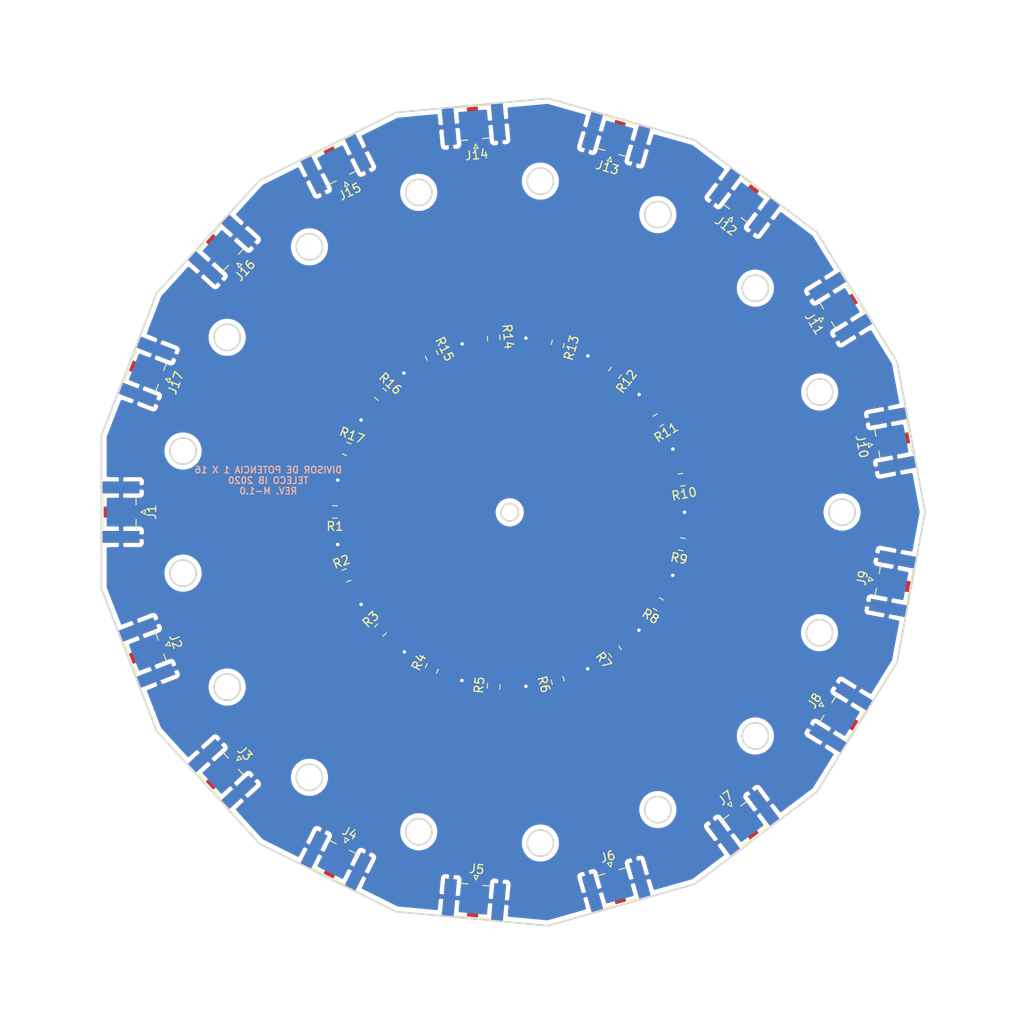
<source format=kicad_pcb>
(kicad_pcb (version 20171130) (host pcbnew 5.1.5-52549c5~86~ubuntu18.04.1)
  (layers (0 F.Cu signal) (31 B.Cu signal hide) (34 B.Paste user hide) (35 F.Paste user) (36 B.SilkS user hide) (37 F.SilkS user) (38 B.Mask user hide) (39 F.Mask user) (44 Edge.Cuts user))
  (net 0 "")
  (net 1 "Net-(J1-Pad1)")
  (net 2 GND)
  (net 3 "Net-(J2-Pad1)")
  (net 4 "Net-(J3-Pad1)")
  (net 5 "Net-(J4-Pad1)")
  (net 6 "Net-(J5-Pad1)")
  (net 7 "Net-(J6-Pad1)")
  (net 8 "Net-(J7-Pad1)")
  (net 9 "Net-(J8-Pad1)")
  (net 10 "Net-(J9-Pad1)")
  (net 11 "Net-(J10-Pad1)")
  (net 12 "Net-(J11-Pad1)")
  (net 13 "Net-(J12-Pad1)")
  (net 14 "Net-(J13-Pad1)")
  (net 15 "Net-(J14-Pad1)")
  (net 16 "Net-(J15-Pad1)")
  (net 17 "Net-(J16-Pad1)")
  (net 18 "Net-(J17-Pad1)")
  (net 19 "Net-(R1-Pad1)")
  (module Connector_Coaxial:SMA_Samtec_SMA-J-P-X-ST-EM1_EdgeMount (layer F.Cu) (at 94.222349 76.849239 270)
    (fp_text reference J1 (at 0 -3.5 90) (layer F.SilkS))
    (fp_text value SMA_Female)
    (fp_line (start -0.25 -2.76) (end 0 -2.26) (layer F.SilkS) (width 0.12))
    (fp_line (start 0.25 -2.76) (end -0.25 -2.76) (layer F.SilkS) (width 0.12))
    (fp_line (start 0 -2.26) (end 0.25 -2.76) (layer F.SilkS) (width 0.12))
    (fp_line (start -1.95 2) (end -0.84 2) (layer F.SilkS) (width 0.12))
    (fp_line (start 0.84 2) (end 1.95 2) (layer F.SilkS) (width 0.12))
    (fp_line (start -1.95 -1.71) (end -0.84 -1.71) (layer F.SilkS) (width 0.12))
    (fp_line (start 0.84 -1.71) (end 1.95 -1.71) (layer F.SilkS) (width 0.12))
    (pad 2 smd rect (at -2.825 0 270) (size 1.35 4.2) (layers B.Cu B.Paste B.Mask) (net 2 GND))
    (pad 2 smd rect (at 2.825 0 270) (size 1.35 4.2) (layers B.Cu B.Paste B.Mask) (net 2 GND))
    (pad 2 smd rect (at -2.825 0 270) (size 1.35 4.2) (layers F.Cu F.Paste F.Mask) (net 2 GND))
    (pad 2 smd rect (at 2.825 0 270) (size 1.35 4.2) (layers F.Cu F.Paste F.Mask) (net 2 GND))
    (pad 1 smd rect (at 0 0.2 270) (size 1.27 3.6) (layers F.Cu F.Paste F.Mask) (net 1 "Net-(J1-Pad1)"))
  )
  (module Resistor_SMD:R_0805_2012Metric_Pad1.15x1.40mm_HandSolder (layer F.Cu) (at 118.672347 76.824241 180)
    (fp_text reference R1 (at 0 -1.65) (layer F.SilkS))
    (fp_text value 43)
    (fp_line (start -0.261252 0.71) (end 0.261252 0.71) (layer F.SilkS) (width 0.12))
    (fp_line (start -0.261252 -0.71) (end 0.261252 -0.71) (layer F.SilkS) (width 0.12))
    (pad 2 smd roundrect (at 1.025 0 180) (size 1.15 1.4) (layers F.Cu F.Paste F.Mask) (roundrect_rratio 0.217391) (net 1 "Net-(J1-Pad1)"))
    (pad 1 smd roundrect (at -1.025 0 180) (size 1.15 1.4) (layers F.Cu F.Paste F.Mask) (roundrect_rratio 0.217391) (net 19 "Net-(R1-Pad1)"))
  )
  (module Resistor_SMD:R_0805_2012Metric_Pad1.15x1.40mm_HandSolder (layer F.Cu) (at 120.017352 69.624242 338.8)
    (fp_text reference R17 (at 0 -1.65 158.8) (layer F.SilkS))
    (fp_text value 43)
    (fp_line (start -0.261252 -0.71) (end 0.261252 -0.71) (layer F.SilkS) (width 0.12))
    (fp_line (start -0.261252 0.71) (end 0.261252 0.71) (layer F.SilkS) (width 0.12))
    (pad 1 smd roundrect (at -1.025 0 338.8) (size 1.15 1.4) (layers F.Cu F.Paste F.Mask) (roundrect_rratio 0.217391) (net 18 "Net-(J17-Pad1)"))
    (pad 2 smd roundrect (at 1.025 0 338.8) (size 1.15 1.4) (layers F.Cu F.Paste F.Mask) (roundrect_rratio 0.217391) (net 19 "Net-(R1-Pad1)"))
  )
  (module Resistor_SMD:R_0805_2012Metric_Pad1.15x1.40mm_HandSolder (layer F.Cu) (at 123.887354 63.374239 317.7)
    (fp_text reference R16 (at 0 -1.65 137.7) (layer F.SilkS))
    (fp_text value 43)
    (fp_line (start -0.261252 -0.71) (end 0.261252 -0.71) (layer F.SilkS) (width 0.12))
    (fp_line (start -0.261252 0.71) (end 0.261252 0.71) (layer F.SilkS) (width 0.12))
    (pad 1 smd roundrect (at -1.025 0 317.7) (size 1.15 1.4) (layers F.Cu F.Paste F.Mask) (roundrect_rratio 0.217391) (net 17 "Net-(J16-Pad1)"))
    (pad 2 smd roundrect (at 1.025 0 317.7) (size 1.15 1.4) (layers F.Cu F.Paste F.Mask) (roundrect_rratio 0.217391) (net 19 "Net-(R1-Pad1)"))
  )
  (module Resistor_SMD:R_0805_2012Metric_Pad1.15x1.40mm_HandSolder (layer F.Cu) (at 129.737349 58.934238 296.5)
    (fp_text reference R15 (at 0 -1.65 116.5) (layer F.SilkS))
    (fp_text value 43)
    (fp_line (start -0.261252 -0.71) (end 0.261252 -0.71) (layer F.SilkS) (width 0.12))
    (fp_line (start -0.261252 0.71) (end 0.261252 0.71) (layer F.SilkS) (width 0.12))
    (pad 1 smd roundrect (at -1.025 0 296.5) (size 1.15 1.4) (layers F.Cu F.Paste F.Mask) (roundrect_rratio 0.217391) (net 16 "Net-(J15-Pad1)"))
    (pad 2 smd roundrect (at 1.025 0 296.5) (size 1.15 1.4) (layers F.Cu F.Paste F.Mask) (roundrect_rratio 0.217391) (net 19 "Net-(R1-Pad1)"))
  )
  (module Resistor_SMD:R_0805_2012Metric_Pad1.15x1.40mm_HandSolder (layer F.Cu) (at 136.81735 56.934241 275.3)
    (fp_text reference R14 (at 0 -1.65 95.3) (layer F.SilkS))
    (fp_text value 43)
    (fp_line (start -0.261252 -0.71) (end 0.261252 -0.71) (layer F.SilkS) (width 0.12))
    (fp_line (start -0.261252 0.71) (end 0.261252 0.71) (layer F.SilkS) (width 0.12))
    (pad 1 smd roundrect (at -1.025 0 275.3) (size 1.15 1.4) (layers F.Cu F.Paste F.Mask) (roundrect_rratio 0.217391) (net 15 "Net-(J14-Pad1)"))
    (pad 2 smd roundrect (at 1.025 0 275.3) (size 1.15 1.4) (layers F.Cu F.Paste F.Mask) (roundrect_rratio 0.217391) (net 19 "Net-(R1-Pad1)"))
  )
  (module Resistor_SMD:R_0805_2012Metric_Pad1.15x1.40mm_HandSolder (layer F.Cu) (at 144.137348 57.624237 254.1)
    (fp_text reference R13 (at 0 -1.65 74.1) (layer F.SilkS))
    (fp_text value 43)
    (fp_line (start -0.261252 -0.71) (end 0.261252 -0.71) (layer F.SilkS) (width 0.12))
    (fp_line (start -0.261252 0.71) (end 0.261252 0.71) (layer F.SilkS) (width 0.12))
    (pad 1 smd roundrect (at -1.025 0 254.1) (size 1.15 1.4) (layers F.Cu F.Paste F.Mask) (roundrect_rratio 0.217391) (net 14 "Net-(J13-Pad1)"))
    (pad 2 smd roundrect (at 1.025 0 254.1) (size 1.15 1.4) (layers F.Cu F.Paste F.Mask) (roundrect_rratio 0.217391) (net 19 "Net-(R1-Pad1)"))
  )
  (module Resistor_SMD:R_0805_2012Metric_Pad1.15x1.40mm_HandSolder (layer F.Cu) (at 150.697348 60.914239 233)
    (fp_text reference R12 (at 0 -1.65 53) (layer F.SilkS))
    (fp_text value 43)
    (fp_line (start -0.261252 -0.71) (end 0.261252 -0.71) (layer F.SilkS) (width 0.12))
    (fp_line (start -0.261252 0.71) (end 0.261252 0.71) (layer F.SilkS) (width 0.12))
    (pad 1 smd roundrect (at -1.025 0 233) (size 1.15 1.4) (layers F.Cu F.Paste F.Mask) (roundrect_rratio 0.217391) (net 13 "Net-(J12-Pad1)"))
    (pad 2 smd roundrect (at 1.025 0 233) (size 1.15 1.4) (layers F.Cu F.Paste F.Mask) (roundrect_rratio 0.217391) (net 19 "Net-(R1-Pad1)"))
  )
  (module Resistor_SMD:R_0805_2012Metric_Pad1.15x1.40mm_HandSolder (layer F.Cu) (at 155.667349 66.344239 211.8)
    (fp_text reference R11 (at 0 -1.65 31.8) (layer F.SilkS))
    (fp_text value 43)
    (fp_line (start -0.261252 -0.71) (end 0.261252 -0.71) (layer F.SilkS) (width 0.12))
    (fp_line (start -0.261252 0.71) (end 0.261252 0.71) (layer F.SilkS) (width 0.12))
    (pad 1 smd roundrect (at -1.025 0 211.8) (size 1.15 1.4) (layers F.Cu F.Paste F.Mask) (roundrect_rratio 0.217391) (net 12 "Net-(J11-Pad1)"))
    (pad 2 smd roundrect (at 1.025 0 211.8) (size 1.15 1.4) (layers F.Cu F.Paste F.Mask) (roundrect_rratio 0.217391) (net 19 "Net-(R1-Pad1)"))
  )
  (module Resistor_SMD:R_0805_2012Metric_Pad1.15x1.40mm_HandSolder (layer F.Cu) (at 158.297351 73.154241 190.6)
    (fp_text reference R10 (at 0 -1.65 10.6) (layer F.SilkS))
    (fp_text value 43)
    (fp_line (start -0.261252 -0.71) (end 0.261252 -0.71) (layer F.SilkS) (width 0.12))
    (fp_line (start -0.261252 0.71) (end 0.261252 0.71) (layer F.SilkS) (width 0.12))
    (pad 1 smd roundrect (at -1.025 0 190.6) (size 1.15 1.4) (layers F.Cu F.Paste F.Mask) (roundrect_rratio 0.217391) (net 11 "Net-(J10-Pad1)"))
    (pad 2 smd roundrect (at 1.025 0 190.6) (size 1.15 1.4) (layers F.Cu F.Paste F.Mask) (roundrect_rratio 0.217391) (net 19 "Net-(R1-Pad1)"))
  )
  (module Resistor_SMD:R_0805_2012Metric_Pad1.15x1.40mm_HandSolder (layer F.Cu) (at 158.317348 80.524239 169.4)
    (fp_text reference R9 (at 0 -1.65 169.4) (layer F.SilkS))
    (fp_text value 43)
    (fp_line (start -0.261252 -0.71) (end 0.261252 -0.71) (layer F.SilkS) (width 0.12))
    (fp_line (start -0.261252 0.71) (end 0.261252 0.71) (layer F.SilkS) (width 0.12))
    (pad 1 smd roundrect (at -1.025 0 169.4) (size 1.15 1.4) (layers F.Cu F.Paste F.Mask) (roundrect_rratio 0.217391) (net 10 "Net-(J9-Pad1)"))
    (pad 2 smd roundrect (at 1.025 0 169.4) (size 1.15 1.4) (layers F.Cu F.Paste F.Mask) (roundrect_rratio 0.217391) (net 19 "Net-(R1-Pad1)"))
  )
  (module Resistor_SMD:R_0805_2012Metric_Pad1.15x1.40mm_HandSolder (layer F.Cu) (at 155.627343 87.36424 148.3)
    (fp_text reference R8 (at 0 -1.65 148.3) (layer F.SilkS))
    (fp_text value 43)
    (fp_line (start -0.261252 -0.71) (end 0.261252 -0.71) (layer F.SilkS) (width 0.12))
    (fp_line (start -0.261252 0.71) (end 0.261252 0.71) (layer F.SilkS) (width 0.12))
    (pad 1 smd roundrect (at -1.025 0 148.3) (size 1.15 1.4) (layers F.Cu F.Paste F.Mask) (roundrect_rratio 0.217391) (net 9 "Net-(J8-Pad1)"))
    (pad 2 smd roundrect (at 1.025 0 148.3) (size 1.15 1.4) (layers F.Cu F.Paste F.Mask) (roundrect_rratio 0.217391) (net 19 "Net-(R1-Pad1)"))
  )
  (module Resistor_SMD:R_0805_2012Metric_Pad1.15x1.40mm_HandSolder (layer F.Cu) (at 150.707351 92.794239 127.1)
    (fp_text reference R7 (at 0 -1.65 127.1) (layer F.SilkS))
    (fp_text value 43)
    (fp_line (start -0.261252 -0.71) (end 0.261252 -0.71) (layer F.SilkS) (width 0.12))
    (fp_line (start -0.261252 0.71) (end 0.261252 0.71) (layer F.SilkS) (width 0.12))
    (pad 1 smd roundrect (at -1.025 0 127.1) (size 1.15 1.4) (layers F.Cu F.Paste F.Mask) (roundrect_rratio 0.217391) (net 8 "Net-(J7-Pad1)"))
    (pad 2 smd roundrect (at 1.025 0 127.1) (size 1.15 1.4) (layers F.Cu F.Paste F.Mask) (roundrect_rratio 0.217391) (net 19 "Net-(R1-Pad1)"))
  )
  (module Resistor_SMD:R_0805_2012Metric_Pad1.15x1.40mm_HandSolder (layer F.Cu) (at 144.137348 96.094238 105.9)
    (fp_text reference R6 (at 0 -1.65 105.9) (layer F.SilkS))
    (fp_text value 43)
    (fp_line (start -0.261252 -0.71) (end 0.261252 -0.71) (layer F.SilkS) (width 0.12))
    (fp_line (start -0.261252 0.71) (end 0.261252 0.71) (layer F.SilkS) (width 0.12))
    (pad 1 smd roundrect (at -1.025 0 105.9) (size 1.15 1.4) (layers F.Cu F.Paste F.Mask) (roundrect_rratio 0.217391) (net 7 "Net-(J6-Pad1)"))
    (pad 2 smd roundrect (at 1.025 0 105.9) (size 1.15 1.4) (layers F.Cu F.Paste F.Mask) (roundrect_rratio 0.217391) (net 19 "Net-(R1-Pad1)"))
  )
  (module Resistor_SMD:R_0805_2012Metric_Pad1.15x1.40mm_HandSolder (layer F.Cu) (at 136.817349 96.77424 84.7)
    (fp_text reference R5 (at 0 -1.65 84.7) (layer F.SilkS))
    (fp_text value 43)
    (fp_line (start -0.261252 -0.71) (end 0.261252 -0.71) (layer F.SilkS) (width 0.12))
    (fp_line (start -0.261252 0.71) (end 0.261252 0.71) (layer F.SilkS) (width 0.12))
    (pad 1 smd roundrect (at -1.025 0 84.7) (size 1.15 1.4) (layers F.Cu F.Paste F.Mask) (roundrect_rratio 0.217391) (net 6 "Net-(J5-Pad1)"))
    (pad 2 smd roundrect (at 1.025 0 84.7) (size 1.15 1.4) (layers F.Cu F.Paste F.Mask) (roundrect_rratio 0.217391) (net 19 "Net-(R1-Pad1)"))
  )
  (module Resistor_SMD:R_0805_2012Metric_Pad1.15x1.40mm_HandSolder (layer F.Cu) (at 129.74735 94.724241 63.6)
    (fp_text reference R4 (at 0 -1.65 63.6) (layer F.SilkS))
    (fp_text value 43)
    (fp_line (start -0.261252 0.71) (end 0.261252 0.71) (layer F.SilkS) (width 0.12))
    (fp_line (start -0.261252 -0.71) (end 0.261252 -0.71) (layer F.SilkS) (width 0.12))
    (pad 2 smd roundrect (at 1.025 0 63.6) (size 1.15 1.4) (layers F.Cu F.Paste F.Mask) (roundrect_rratio 0.217391) (net 19 "Net-(R1-Pad1)"))
    (pad 1 smd roundrect (at -1.025 0 63.6) (size 1.15 1.4) (layers F.Cu F.Paste F.Mask) (roundrect_rratio 0.217391) (net 5 "Net-(J4-Pad1)"))
  )
  (module Resistor_SMD:R_0805_2012Metric_Pad1.15x1.40mm_HandSolder (layer F.Cu) (at 123.872349 90.324237 42.4)
    (fp_text reference R3 (at 0 -1.65 42.4) (layer F.SilkS))
    (fp_text value 43)
    (fp_line (start -0.261252 0.71) (end 0.261252 0.71) (layer F.SilkS) (width 0.12))
    (fp_line (start -0.261252 -0.71) (end 0.261252 -0.71) (layer F.SilkS) (width 0.12))
    (pad 2 smd roundrect (at 1.025 0 42.4) (size 1.15 1.4) (layers F.Cu F.Paste F.Mask) (roundrect_rratio 0.217391) (net 19 "Net-(R1-Pad1)"))
    (pad 1 smd roundrect (at -1.025 0 42.4) (size 1.15 1.4) (layers F.Cu F.Paste F.Mask) (roundrect_rratio 0.217391) (net 4 "Net-(J3-Pad1)"))
  )
  (module Resistor_SMD:R_0805_2012Metric_Pad1.15x1.40mm_HandSolder (layer F.Cu) (at 119.997352 84.07424 21.2)
    (fp_text reference R2 (at 0 -1.65 21.2) (layer F.SilkS))
    (fp_text value 43)
    (fp_line (start -0.261252 0.71) (end 0.261252 0.71) (layer F.SilkS) (width 0.12))
    (fp_line (start -0.261252 -0.71) (end 0.261252 -0.71) (layer F.SilkS) (width 0.12))
    (pad 2 smd roundrect (at 1.025 0 21.2) (size 1.15 1.4) (layers F.Cu F.Paste F.Mask) (roundrect_rratio 0.217391) (net 19 "Net-(R1-Pad1)"))
    (pad 1 smd roundrect (at -1.025 0 21.2) (size 1.15 1.4) (layers F.Cu F.Paste F.Mask) (roundrect_rratio 0.217391) (net 3 "Net-(J2-Pad1)"))
  )
  (module Connector_Coaxial:SMA_Samtec_SMA-J-P-X-ST-EM1_EdgeMount (layer F.Cu) (at 97.197349 60.814241 248.8)
    (fp_text reference J17 (at 0 -3.5 68.8) (layer F.SilkS))
    (fp_text value SMA_Female)
    (fp_line (start -0.25 -2.76) (end 0 -2.26) (layer F.SilkS) (width 0.12))
    (fp_line (start 0.25 -2.76) (end -0.25 -2.76) (layer F.SilkS) (width 0.12))
    (fp_line (start 0 -2.26) (end 0.25 -2.76) (layer F.SilkS) (width 0.12))
    (fp_line (start -1.95 2) (end -0.84 2) (layer F.SilkS) (width 0.12))
    (fp_line (start 0.84 2) (end 1.95 2) (layer F.SilkS) (width 0.12))
    (fp_line (start -1.95 -1.71) (end -0.84 -1.71) (layer F.SilkS) (width 0.12))
    (fp_line (start 0.84 -1.71) (end 1.95 -1.71) (layer F.SilkS) (width 0.12))
    (pad 2 smd rect (at -2.825 0 248.8) (size 1.35 4.2) (layers B.Cu B.Paste B.Mask) (net 2 GND))
    (pad 2 smd rect (at 2.825 0 248.8) (size 1.35 4.2) (layers B.Cu B.Paste B.Mask) (net 2 GND))
    (pad 2 smd rect (at -2.825 0 248.8) (size 1.35 4.2) (layers F.Cu F.Paste F.Mask) (net 2 GND))
    (pad 2 smd rect (at 2.825 0 248.8) (size 1.35 4.2) (layers F.Cu F.Paste F.Mask) (net 2 GND))
    (pad 1 smd rect (at 0 0.2 248.8) (size 1.27 3.6) (layers F.Cu F.Paste F.Mask) (net 18 "Net-(J17-Pad1)"))
  )
  (module Connector_Coaxial:SMA_Samtec_SMA-J-P-X-ST-EM1_EdgeMount (layer F.Cu) (at 105.797348 46.854243 227.7)
    (fp_text reference J16 (at 0 -3.5 47.7) (layer F.SilkS))
    (fp_text value SMA_Female)
    (fp_line (start -0.25 -2.76) (end 0 -2.26) (layer F.SilkS) (width 0.12))
    (fp_line (start 0.25 -2.76) (end -0.25 -2.76) (layer F.SilkS) (width 0.12))
    (fp_line (start 0 -2.26) (end 0.25 -2.76) (layer F.SilkS) (width 0.12))
    (fp_line (start -1.95 2) (end -0.84 2) (layer F.SilkS) (width 0.12))
    (fp_line (start 0.84 2) (end 1.95 2) (layer F.SilkS) (width 0.12))
    (fp_line (start -1.95 -1.71) (end -0.84 -1.71) (layer F.SilkS) (width 0.12))
    (fp_line (start 0.84 -1.71) (end 1.95 -1.71) (layer F.SilkS) (width 0.12))
    (pad 2 smd rect (at -2.825 0 227.7) (size 1.35 4.2) (layers B.Cu B.Paste B.Mask) (net 2 GND))
    (pad 2 smd rect (at 2.825 0 227.7) (size 1.35 4.2) (layers B.Cu B.Paste B.Mask) (net 2 GND))
    (pad 2 smd rect (at -2.825 0 227.7) (size 1.35 4.2) (layers F.Cu F.Paste F.Mask) (net 2 GND))
    (pad 2 smd rect (at 2.825 0 227.7) (size 1.35 4.2) (layers F.Cu F.Paste F.Mask) (net 2 GND))
    (pad 1 smd rect (at 0 0.2 227.7) (size 1.27 3.6) (layers F.Cu F.Paste F.Mask) (net 17 "Net-(J16-Pad1)"))
  )
  (module Connector_Coaxial:SMA_Samtec_SMA-J-P-X-ST-EM1_EdgeMount (layer F.Cu) (at 118.807347 37.074238 206.5)
    (fp_text reference J15 (at 0 -3.5 26.5) (layer F.SilkS))
    (fp_text value SMA_Female)
    (fp_line (start -0.25 -2.76) (end 0 -2.26) (layer F.SilkS) (width 0.12))
    (fp_line (start 0.25 -2.76) (end -0.25 -2.76) (layer F.SilkS) (width 0.12))
    (fp_line (start 0 -2.26) (end 0.25 -2.76) (layer F.SilkS) (width 0.12))
    (fp_line (start -1.95 2) (end -0.84 2) (layer F.SilkS) (width 0.12))
    (fp_line (start 0.84 2) (end 1.95 2) (layer F.SilkS) (width 0.12))
    (fp_line (start -1.95 -1.71) (end -0.84 -1.71) (layer F.SilkS) (width 0.12))
    (fp_line (start 0.84 -1.71) (end 1.95 -1.71) (layer F.SilkS) (width 0.12))
    (pad 2 smd rect (at -2.825 0 206.5) (size 1.35 4.2) (layers B.Cu B.Paste B.Mask) (net 2 GND))
    (pad 2 smd rect (at 2.825 0 206.5) (size 1.35 4.2) (layers B.Cu B.Paste B.Mask) (net 2 GND))
    (pad 2 smd rect (at -2.825 0 206.5) (size 1.35 4.2) (layers F.Cu F.Paste F.Mask) (net 2 GND))
    (pad 2 smd rect (at 2.825 0 206.5) (size 1.35 4.2) (layers F.Cu F.Paste F.Mask) (net 2 GND))
    (pad 1 smd rect (at 0 0.2 206.5) (size 1.27 3.6) (layers F.Cu F.Paste F.Mask) (net 16 "Net-(J15-Pad1)"))
  )
  (module Connector_Coaxial:SMA_Samtec_SMA-J-P-X-ST-EM1_EdgeMount (layer F.Cu) (at 134.547345 32.514241 185.3)
    (fp_text reference J14 (at 0 -3.5 5.3) (layer F.SilkS))
    (fp_text value SMA_Female)
    (fp_line (start -0.25 -2.76) (end 0 -2.26) (layer F.SilkS) (width 0.12))
    (fp_line (start 0.25 -2.76) (end -0.25 -2.76) (layer F.SilkS) (width 0.12))
    (fp_line (start 0 -2.26) (end 0.25 -2.76) (layer F.SilkS) (width 0.12))
    (fp_line (start -1.95 2) (end -0.84 2) (layer F.SilkS) (width 0.12))
    (fp_line (start 0.84 2) (end 1.95 2) (layer F.SilkS) (width 0.12))
    (fp_line (start -1.95 -1.71) (end -0.84 -1.71) (layer F.SilkS) (width 0.12))
    (fp_line (start 0.84 -1.71) (end 1.95 -1.71) (layer F.SilkS) (width 0.12))
    (pad 2 smd rect (at -2.825 0 185.3) (size 1.35 4.2) (layers B.Cu B.Paste B.Mask) (net 2 GND))
    (pad 2 smd rect (at 2.825 0 185.3) (size 1.35 4.2) (layers B.Cu B.Paste B.Mask) (net 2 GND))
    (pad 2 smd rect (at -2.825 0 185.3) (size 1.35 4.2) (layers F.Cu F.Paste F.Mask) (net 2 GND))
    (pad 2 smd rect (at 2.825 0 185.3) (size 1.35 4.2) (layers F.Cu F.Paste F.Mask) (net 2 GND))
    (pad 1 smd rect (at 0 0.2 185.3) (size 1.27 3.6) (layers F.Cu F.Paste F.Mask) (net 15 "Net-(J14-Pad1)"))
  )
  (module Connector_Coaxial:SMA_Samtec_SMA-J-P-X-ST-EM1_EdgeMount (layer F.Cu) (at 150.797348 34.084239 164.1)
    (fp_text reference J13 (at 0 -3.5 164.1) (layer F.SilkS))
    (fp_text value SMA_Female)
    (fp_line (start -0.25 -2.76) (end 0 -2.26) (layer F.SilkS) (width 0.12))
    (fp_line (start 0.25 -2.76) (end -0.25 -2.76) (layer F.SilkS) (width 0.12))
    (fp_line (start 0 -2.26) (end 0.25 -2.76) (layer F.SilkS) (width 0.12))
    (fp_line (start -1.95 2) (end -0.84 2) (layer F.SilkS) (width 0.12))
    (fp_line (start 0.84 2) (end 1.95 2) (layer F.SilkS) (width 0.12))
    (fp_line (start -1.95 -1.71) (end -0.84 -1.71) (layer F.SilkS) (width 0.12))
    (fp_line (start 0.84 -1.71) (end 1.95 -1.71) (layer F.SilkS) (width 0.12))
    (pad 2 smd rect (at -2.825 0 164.1) (size 1.35 4.2) (layers B.Cu B.Paste B.Mask) (net 2 GND))
    (pad 2 smd rect (at 2.825 0 164.1) (size 1.35 4.2) (layers B.Cu B.Paste B.Mask) (net 2 GND))
    (pad 2 smd rect (at -2.825 0 164.1) (size 1.35 4.2) (layers F.Cu F.Paste F.Mask) (net 2 GND))
    (pad 2 smd rect (at 2.825 0 164.1) (size 1.35 4.2) (layers F.Cu F.Paste F.Mask) (net 2 GND))
    (pad 1 smd rect (at 0 0.2 164.1) (size 1.27 3.6) (layers F.Cu F.Paste F.Mask) (net 14 "Net-(J13-Pad1)"))
  )
  (module Connector_Coaxial:SMA_Samtec_SMA-J-P-X-ST-EM1_EdgeMount (layer F.Cu) (at 165.48735 41.324241 143)
    (fp_text reference J12 (at 0 -3.5 143) (layer F.SilkS))
    (fp_text value SMA_Female)
    (fp_line (start -0.25 -2.76) (end 0 -2.26) (layer F.SilkS) (width 0.12))
    (fp_line (start 0.25 -2.76) (end -0.25 -2.76) (layer F.SilkS) (width 0.12))
    (fp_line (start 0 -2.26) (end 0.25 -2.76) (layer F.SilkS) (width 0.12))
    (fp_line (start -1.95 2) (end -0.84 2) (layer F.SilkS) (width 0.12))
    (fp_line (start 0.84 2) (end 1.95 2) (layer F.SilkS) (width 0.12))
    (fp_line (start -1.95 -1.71) (end -0.84 -1.71) (layer F.SilkS) (width 0.12))
    (fp_line (start 0.84 -1.71) (end 1.95 -1.71) (layer F.SilkS) (width 0.12))
    (pad 2 smd rect (at -2.825 0 143) (size 1.35 4.2) (layers B.Cu B.Paste B.Mask) (net 2 GND))
    (pad 2 smd rect (at 2.825 0 143) (size 1.35 4.2) (layers B.Cu B.Paste B.Mask) (net 2 GND))
    (pad 2 smd rect (at -2.825 0 143) (size 1.35 4.2) (layers F.Cu F.Paste F.Mask) (net 2 GND))
    (pad 2 smd rect (at 2.825 0 143) (size 1.35 4.2) (layers F.Cu F.Paste F.Mask) (net 2 GND))
    (pad 1 smd rect (at 0 0.2 143) (size 1.27 3.6) (layers F.Cu F.Paste F.Mask) (net 13 "Net-(J12-Pad1)"))
  )
  (module Connector_Coaxial:SMA_Samtec_SMA-J-P-X-ST-EM1_EdgeMount (layer F.Cu) (at 176.447353 53.449235 121.8)
    (fp_text reference J11 (at 0 -3.5 121.8) (layer F.SilkS))
    (fp_text value SMA_Female)
    (fp_line (start -0.25 -2.76) (end 0 -2.26) (layer F.SilkS) (width 0.12))
    (fp_line (start 0.25 -2.76) (end -0.25 -2.76) (layer F.SilkS) (width 0.12))
    (fp_line (start 0 -2.26) (end 0.25 -2.76) (layer F.SilkS) (width 0.12))
    (fp_line (start -1.95 2) (end -0.84 2) (layer F.SilkS) (width 0.12))
    (fp_line (start 0.84 2) (end 1.95 2) (layer F.SilkS) (width 0.12))
    (fp_line (start -1.95 -1.71) (end -0.84 -1.71) (layer F.SilkS) (width 0.12))
    (fp_line (start 0.84 -1.71) (end 1.95 -1.71) (layer F.SilkS) (width 0.12))
    (pad 2 smd rect (at -2.825 0 121.8) (size 1.35 4.2) (layers B.Cu B.Paste B.Mask) (net 2 GND))
    (pad 2 smd rect (at 2.825 0 121.8) (size 1.35 4.2) (layers B.Cu B.Paste B.Mask) (net 2 GND))
    (pad 2 smd rect (at -2.825 0 121.8) (size 1.35 4.2) (layers F.Cu F.Paste F.Mask) (net 2 GND))
    (pad 2 smd rect (at 2.825 0 121.8) (size 1.35 4.2) (layers F.Cu F.Paste F.Mask) (net 2 GND))
    (pad 1 smd rect (at 0 0.2 121.8) (size 1.27 3.6) (layers F.Cu F.Paste F.Mask) (net 12 "Net-(J11-Pad1)"))
  )
  (module Connector_Coaxial:SMA_Samtec_SMA-J-P-X-ST-EM1_EdgeMount (layer F.Cu) (at 182.372351 68.699241 100.6)
    (fp_text reference J10 (at 0 -3.5 100.6) (layer F.SilkS))
    (fp_text value SMA_Female)
    (fp_line (start -0.25 -2.76) (end 0 -2.26) (layer F.SilkS) (width 0.12))
    (fp_line (start 0.25 -2.76) (end -0.25 -2.76) (layer F.SilkS) (width 0.12))
    (fp_line (start 0 -2.26) (end 0.25 -2.76) (layer F.SilkS) (width 0.12))
    (fp_line (start -1.95 2) (end -0.84 2) (layer F.SilkS) (width 0.12))
    (fp_line (start 0.84 2) (end 1.95 2) (layer F.SilkS) (width 0.12))
    (fp_line (start -1.95 -1.71) (end -0.84 -1.71) (layer F.SilkS) (width 0.12))
    (fp_line (start 0.84 -1.71) (end 1.95 -1.71) (layer F.SilkS) (width 0.12))
    (pad 2 smd rect (at -2.825 0 100.6) (size 1.35 4.2) (layers B.Cu B.Paste B.Mask) (net 2 GND))
    (pad 2 smd rect (at 2.825 0 100.6) (size 1.35 4.2) (layers B.Cu B.Paste B.Mask) (net 2 GND))
    (pad 2 smd rect (at -2.825 0 100.6) (size 1.35 4.2) (layers F.Cu F.Paste F.Mask) (net 2 GND))
    (pad 2 smd rect (at 2.825 0 100.6) (size 1.35 4.2) (layers F.Cu F.Paste F.Mask) (net 2 GND))
    (pad 1 smd rect (at 0 0.2 100.6) (size 1.27 3.6) (layers F.Cu F.Paste F.Mask) (net 11 "Net-(J10-Pad1)"))
  )
  (module Connector_Coaxial:SMA_Samtec_SMA-J-P-X-ST-EM1_EdgeMount (layer F.Cu) (at 182.422352 85.02424 79.4)
    (fp_text reference J9 (at 0 -3.5 79.4) (layer F.SilkS))
    (fp_text value SMA_Female)
    (fp_line (start -0.25 -2.76) (end 0 -2.26) (layer F.SilkS) (width 0.12))
    (fp_line (start 0.25 -2.76) (end -0.25 -2.76) (layer F.SilkS) (width 0.12))
    (fp_line (start 0 -2.26) (end 0.25 -2.76) (layer F.SilkS) (width 0.12))
    (fp_line (start -1.95 2) (end -0.84 2) (layer F.SilkS) (width 0.12))
    (fp_line (start 0.84 2) (end 1.95 2) (layer F.SilkS) (width 0.12))
    (fp_line (start -1.95 -1.71) (end -0.84 -1.71) (layer F.SilkS) (width 0.12))
    (fp_line (start 0.84 -1.71) (end 1.95 -1.71) (layer F.SilkS) (width 0.12))
    (pad 2 smd rect (at -2.825 0 79.4) (size 1.35 4.2) (layers B.Cu B.Paste B.Mask) (net 2 GND))
    (pad 2 smd rect (at 2.825 0 79.4) (size 1.35 4.2) (layers B.Cu B.Paste B.Mask) (net 2 GND))
    (pad 2 smd rect (at -2.825 0 79.4) (size 1.35 4.2) (layers F.Cu F.Paste F.Mask) (net 2 GND))
    (pad 2 smd rect (at 2.825 0 79.4) (size 1.35 4.2) (layers F.Cu F.Paste F.Mask) (net 2 GND))
    (pad 1 smd rect (at 0 0.2 79.4) (size 1.27 3.6) (layers F.Cu F.Paste F.Mask) (net 10 "Net-(J9-Pad1)"))
  )
  (module Connector_Coaxial:SMA_Samtec_SMA-J-P-X-ST-EM1_EdgeMount (layer F.Cu) (at 176.49735 100.249235 58.3)
    (fp_text reference J8 (at 0 -3.5 58.3) (layer F.SilkS))
    (fp_text value SMA_Female)
    (fp_line (start -0.25 -2.76) (end 0 -2.26) (layer F.SilkS) (width 0.12))
    (fp_line (start 0.25 -2.76) (end -0.25 -2.76) (layer F.SilkS) (width 0.12))
    (fp_line (start 0 -2.26) (end 0.25 -2.76) (layer F.SilkS) (width 0.12))
    (fp_line (start -1.95 2) (end -0.84 2) (layer F.SilkS) (width 0.12))
    (fp_line (start 0.84 2) (end 1.95 2) (layer F.SilkS) (width 0.12))
    (fp_line (start -1.95 -1.71) (end -0.84 -1.71) (layer F.SilkS) (width 0.12))
    (fp_line (start 0.84 -1.71) (end 1.95 -1.71) (layer F.SilkS) (width 0.12))
    (pad 2 smd rect (at -2.825 0 58.3) (size 1.35 4.2) (layers B.Cu B.Paste B.Mask) (net 2 GND))
    (pad 2 smd rect (at 2.825 0 58.3) (size 1.35 4.2) (layers B.Cu B.Paste B.Mask) (net 2 GND))
    (pad 2 smd rect (at -2.825 0 58.3) (size 1.35 4.2) (layers F.Cu F.Paste F.Mask) (net 2 GND))
    (pad 2 smd rect (at 2.825 0 58.3) (size 1.35 4.2) (layers F.Cu F.Paste F.Mask) (net 2 GND))
    (pad 1 smd rect (at 0 0.2 58.3) (size 1.27 3.6) (layers F.Cu F.Paste F.Mask) (net 9 "Net-(J8-Pad1)"))
  )
  (module Connector_Coaxial:SMA_Samtec_SMA-J-P-X-ST-EM1_EdgeMount (layer F.Cu) (at 165.422351 112.324239 37.1)
    (fp_text reference J7 (at 0 -3.5 37.1) (layer F.SilkS))
    (fp_text value SMA_Female)
    (fp_line (start -0.25 -2.76) (end 0 -2.26) (layer F.SilkS) (width 0.12))
    (fp_line (start 0.25 -2.76) (end -0.25 -2.76) (layer F.SilkS) (width 0.12))
    (fp_line (start 0 -2.26) (end 0.25 -2.76) (layer F.SilkS) (width 0.12))
    (fp_line (start -1.95 2) (end -0.84 2) (layer F.SilkS) (width 0.12))
    (fp_line (start 0.84 2) (end 1.95 2) (layer F.SilkS) (width 0.12))
    (fp_line (start -1.95 -1.71) (end -0.84 -1.71) (layer F.SilkS) (width 0.12))
    (fp_line (start 0.84 -1.71) (end 1.95 -1.71) (layer F.SilkS) (width 0.12))
    (pad 2 smd rect (at -2.825 0 37.1) (size 1.35 4.2) (layers B.Cu B.Paste B.Mask) (net 2 GND))
    (pad 2 smd rect (at 2.825 0 37.1) (size 1.35 4.2) (layers B.Cu B.Paste B.Mask) (net 2 GND))
    (pad 2 smd rect (at -2.825 0 37.1) (size 1.35 4.2) (layers F.Cu F.Paste F.Mask) (net 2 GND))
    (pad 2 smd rect (at 2.825 0 37.1) (size 1.35 4.2) (layers F.Cu F.Paste F.Mask) (net 2 GND))
    (pad 1 smd rect (at 0 0.2 37.1) (size 1.27 3.6) (layers F.Cu F.Paste F.Mask) (net 8 "Net-(J7-Pad1)"))
  )
  (module Connector_Coaxial:SMA_Samtec_SMA-J-P-X-ST-EM1_EdgeMount (layer F.Cu) (at 150.822353 119.599239 15.9)
    (fp_text reference J6 (at 0 -3.5 15.9) (layer F.SilkS))
    (fp_text value SMA_Female)
    (fp_line (start -0.25 -2.76) (end 0 -2.26) (layer F.SilkS) (width 0.12))
    (fp_line (start 0.25 -2.76) (end -0.25 -2.76) (layer F.SilkS) (width 0.12))
    (fp_line (start 0 -2.26) (end 0.25 -2.76) (layer F.SilkS) (width 0.12))
    (fp_line (start -1.95 2) (end -0.84 2) (layer F.SilkS) (width 0.12))
    (fp_line (start 0.84 2) (end 1.95 2) (layer F.SilkS) (width 0.12))
    (fp_line (start -1.95 -1.71) (end -0.84 -1.71) (layer F.SilkS) (width 0.12))
    (fp_line (start 0.84 -1.71) (end 1.95 -1.71) (layer F.SilkS) (width 0.12))
    (pad 2 smd rect (at -2.825 0 15.9) (size 1.35 4.2) (layers B.Cu B.Paste B.Mask) (net 2 GND))
    (pad 2 smd rect (at 2.825 0 15.9) (size 1.35 4.2) (layers B.Cu B.Paste B.Mask) (net 2 GND))
    (pad 2 smd rect (at -2.825 0 15.9) (size 1.35 4.2) (layers F.Cu F.Paste F.Mask) (net 2 GND))
    (pad 2 smd rect (at 2.825 0 15.9) (size 1.35 4.2) (layers F.Cu F.Paste F.Mask) (net 2 GND))
    (pad 1 smd rect (at 0 0.2 15.9) (size 1.27 3.6) (layers F.Cu F.Paste F.Mask) (net 7 "Net-(J6-Pad1)"))
  )
  (module Connector_Coaxial:SMA_Samtec_SMA-J-P-X-ST-EM1_EdgeMount (layer F.Cu) (at 134.572351 121.149242 354.7)
    (fp_text reference J5 (at 0 -3.5 174.7) (layer F.SilkS))
    (fp_text value SMA_Female)
    (fp_line (start -0.25 -2.76) (end 0 -2.26) (layer F.SilkS) (width 0.12))
    (fp_line (start 0.25 -2.76) (end -0.25 -2.76) (layer F.SilkS) (width 0.12))
    (fp_line (start 0 -2.26) (end 0.25 -2.76) (layer F.SilkS) (width 0.12))
    (fp_line (start -1.95 2) (end -0.84 2) (layer F.SilkS) (width 0.12))
    (fp_line (start 0.84 2) (end 1.95 2) (layer F.SilkS) (width 0.12))
    (fp_line (start -1.95 -1.71) (end -0.84 -1.71) (layer F.SilkS) (width 0.12))
    (fp_line (start 0.84 -1.71) (end 1.95 -1.71) (layer F.SilkS) (width 0.12))
    (pad 2 smd rect (at -2.825 0 354.7) (size 1.35 4.2) (layers B.Cu B.Paste B.Mask) (net 2 GND))
    (pad 2 smd rect (at 2.825 0 354.7) (size 1.35 4.2) (layers B.Cu B.Paste B.Mask) (net 2 GND))
    (pad 2 smd rect (at -2.825 0 354.7) (size 1.35 4.2) (layers F.Cu F.Paste F.Mask) (net 2 GND))
    (pad 2 smd rect (at 2.825 0 354.7) (size 1.35 4.2) (layers F.Cu F.Paste F.Mask) (net 2 GND))
    (pad 1 smd rect (at 0 0.2 354.7) (size 1.27 3.6) (layers F.Cu F.Paste F.Mask) (net 6 "Net-(J5-Pad1)"))
  )
  (module Connector_Coaxial:SMA_Samtec_SMA-J-P-X-ST-EM1_EdgeMount (layer F.Cu) (at 118.811274 116.670095 333.6)
    (fp_text reference J4 (at 0 -3.5 153.6) (layer F.SilkS))
    (fp_text value SMA_Female)
    (fp_line (start -0.25 -2.76) (end 0 -2.26) (layer F.SilkS) (width 0.12))
    (fp_line (start 0.25 -2.76) (end -0.25 -2.76) (layer F.SilkS) (width 0.12))
    (fp_line (start 0 -2.26) (end 0.25 -2.76) (layer F.SilkS) (width 0.12))
    (fp_line (start -1.95 2) (end -0.84 2) (layer F.SilkS) (width 0.12))
    (fp_line (start 0.84 2) (end 1.95 2) (layer F.SilkS) (width 0.12))
    (fp_line (start -1.95 -1.71) (end -0.84 -1.71) (layer F.SilkS) (width 0.12))
    (fp_line (start 0.84 -1.71) (end 1.95 -1.71) (layer F.SilkS) (width 0.12))
    (pad 2 smd rect (at -2.825 0 333.6) (size 1.35 4.2) (layers B.Cu B.Paste B.Mask) (net 2 GND))
    (pad 2 smd rect (at 2.825 0 333.6) (size 1.35 4.2) (layers B.Cu B.Paste B.Mask) (net 2 GND))
    (pad 2 smd rect (at -2.825 0 333.6) (size 1.35 4.2) (layers F.Cu F.Paste F.Mask) (net 2 GND))
    (pad 2 smd rect (at 2.825 0 333.6) (size 1.35 4.2) (layers F.Cu F.Paste F.Mask) (net 2 GND))
    (pad 1 smd rect (at 0 0.2 333.6) (size 1.27 3.6) (layers F.Cu F.Paste F.Mask) (net 5 "Net-(J4-Pad1)"))
  )
  (module Connector_Coaxial:SMA_Samtec_SMA-J-P-X-ST-EM1_EdgeMount (layer F.Cu) (at 105.795036 106.774237 312.4)
    (fp_text reference J3 (at 0 -3.5 132.4) (layer F.SilkS))
    (fp_text value SMA_Female)
    (fp_line (start -0.25 -2.76) (end 0 -2.26) (layer F.SilkS) (width 0.12))
    (fp_line (start 0.25 -2.76) (end -0.25 -2.76) (layer F.SilkS) (width 0.12))
    (fp_line (start 0 -2.26) (end 0.25 -2.76) (layer F.SilkS) (width 0.12))
    (fp_line (start -1.95 2) (end -0.84 2) (layer F.SilkS) (width 0.12))
    (fp_line (start 0.84 2) (end 1.95 2) (layer F.SilkS) (width 0.12))
    (fp_line (start -1.95 -1.71) (end -0.84 -1.71) (layer F.SilkS) (width 0.12))
    (fp_line (start 0.84 -1.71) (end 1.95 -1.71) (layer F.SilkS) (width 0.12))
    (pad 2 smd rect (at -2.825 0 312.4) (size 1.35 4.2) (layers B.Cu B.Paste B.Mask) (net 2 GND))
    (pad 2 smd rect (at 2.825 0 312.4) (size 1.35 4.2) (layers B.Cu B.Paste B.Mask) (net 2 GND))
    (pad 2 smd rect (at -2.825 0 312.4) (size 1.35 4.2) (layers F.Cu F.Paste F.Mask) (net 2 GND))
    (pad 2 smd rect (at 2.825 0 312.4) (size 1.35 4.2) (layers F.Cu F.Paste F.Mask) (net 2 GND))
    (pad 1 smd rect (at 0 0.2 312.4) (size 1.27 3.6) (layers F.Cu F.Paste F.Mask) (net 4 "Net-(J3-Pad1)"))
  )
  (module Connector_Coaxial:SMA_Samtec_SMA-J-P-X-ST-EM1_EdgeMount (layer F.Cu) (at 97.197351 92.899241 291.2)
    (fp_text reference J2 (at 0 -3.5 111.2) (layer F.SilkS))
    (fp_text value SMA_Female)
    (fp_line (start -0.25 -2.76) (end 0 -2.26) (layer F.SilkS) (width 0.12))
    (fp_line (start 0.25 -2.76) (end -0.25 -2.76) (layer F.SilkS) (width 0.12))
    (fp_line (start 0 -2.26) (end 0.25 -2.76) (layer F.SilkS) (width 0.12))
    (fp_line (start -1.95 2) (end -0.84 2) (layer F.SilkS) (width 0.12))
    (fp_line (start 0.84 2) (end 1.95 2) (layer F.SilkS) (width 0.12))
    (fp_line (start -1.95 -1.71) (end -0.84 -1.71) (layer F.SilkS) (width 0.12))
    (fp_line (start 0.84 -1.71) (end 1.95 -1.71) (layer F.SilkS) (width 0.12))
    (pad 2 smd rect (at -2.825 0 291.2) (size 1.35 4.2) (layers B.Cu B.Paste B.Mask) (net 2 GND))
    (pad 2 smd rect (at 2.825 0 291.2) (size 1.35 4.2) (layers B.Cu B.Paste B.Mask) (net 2 GND))
    (pad 2 smd rect (at -2.825 0 291.2) (size 1.35 4.2) (layers F.Cu F.Paste F.Mask) (net 2 GND))
    (pad 2 smd rect (at 2.825 0 291.2) (size 1.35 4.2) (layers F.Cu F.Paste F.Mask) (net 2 GND))
    (pad 1 smd rect (at 0 0.2 291.2) (size 1.27 3.6) (layers F.Cu F.Paste F.Mask) (net 3 "Net-(J2-Pad1)"))
  )
  (gr_text "DIVISOR DE POTENCIA 1 X 16\nTELECO IB 2020\nREV. M-1.0" (at 111.05 73.23) (layer B.SilkS) (effects (font (size 0.75 0.75)) (justify mirror)))
  (gr_circle (center 174.088957 63.117492) (end 175.58896 63.117491) (layer Edge.Cuts) (width 0.2))
  (gr_circle (center 101.302037 69.862191) (end 102.802036 69.862186) (layer Edge.Cuts) (width 0.2))
  (gr_circle (center 101.302035 83.827157) (end 102.802034 83.827153) (layer Edge.Cuts) (width 0.2))
  (gr_circle (center 138.6556 76.86982) (end 139.655601 76.869821) (layer Edge.Cuts) (width 0.2))
  (gr_circle (center 174.069835 90.632898) (end 175.569844 90.632897) (layer Edge.Cuts) (width 0.2))
  (gr_circle (center 106.347345 56.865392) (end 107.84735 56.865393) (layer Edge.Cuts) (width 0.2))
  (gr_line (start 143.037762 29.547299) (end 125.65602 31.157956) (layer Edge.Cuts) (width 0.2))
  (gr_line (start 182.947443 59.685694) (end 173.757933 44.844134) (layer Edge.Cuts) (width 0.2))
  (gr_circle (center 115.754895 46.52002) (end 117.254899 46.520019) (layer Edge.Cuts) (width 0.2))
  (gr_line (start 91.963789 85.572773) (end 98.269703 101.850202) (layer Edge.Cuts) (width 0.2))
  (gr_line (start 159.827581 34.324415) (end 143.037762 29.547299) (layer Edge.Cuts) (width 0.2))
  (gr_circle (center 106.34676 96.849094) (end 107.846759 96.849095) (layer Edge.Cuts) (width 0.2))
  (gr_circle (center 142.161211 114.682569) (end 143.661213 114.682573) (layer Edge.Cuts) (width 0.2))
  (gr_line (start 143.037756 124.142045) (end 159.827583 119.364929) (layer Edge.Cuts) (width 0.2))
  (gr_circle (center 128.255819 113.394043) (end 129.755819 113.394047) (layer Edge.Cuts) (width 0.2))
  (gr_circle (center 166.737352 102.445108) (end 168.237352 102.445108) (layer Edge.Cuts) (width 0.2))
  (gr_circle (center 128.255818 40.295298) (end 129.755818 40.2953) (layer Edge.Cuts) (width 0.2))
  (gr_line (start 110.029866 114.750488) (end 125.65602 122.531395) (layer Edge.Cuts) (width 0.2))
  (gr_line (start 110.029868 38.938854) (end 98.269697 51.839142) (layer Edge.Cuts) (width 0.2))
  (gr_line (start 173.757934 108.845213) (end 182.947438 94.003652) (layer Edge.Cuts) (width 0.2))
  (gr_line (start 173.757933 44.844134) (end 159.827581 34.324415) (layer Edge.Cuts) (width 0.2))
  (gr_line (start 98.269703 101.850202) (end 110.029866 114.750488) (layer Edge.Cuts) (width 0.2))
  (gr_circle (center 142.16121 39.006774) (end 143.66121 39.006775) (layer Edge.Cuts) (width 0.2))
  (gr_line (start 91.963791 68.116576) (end 91.963789 85.572773) (layer Edge.Cuts) (width 0.2))
  (gr_line (start 159.827583 119.364929) (end 173.757934 108.845213) (layer Edge.Cuts) (width 0.2))
  (gr_line (start 186.155012 76.844672) (end 182.947443 59.685694) (layer Edge.Cuts) (width 0.2))
  (gr_line (start 125.65602 122.531395) (end 143.037756 124.142045) (layer Edge.Cuts) (width 0.2))
  (gr_line (start 125.65602 31.157956) (end 110.029868 38.938854) (layer Edge.Cuts) (width 0.2))
  (gr_circle (center 115.754895 107.169324) (end 117.2549 107.169328) (layer Edge.Cuts) (width 0.2))
  (gr_circle (center 176.655012 76.844672) (end 178.155011 76.844678) (layer Edge.Cuts) (width 0.2))
  (gr_line (start 98.269697 51.839142) (end 91.963791 68.116576) (layer Edge.Cuts) (width 0.2))
  (gr_circle (center 155.593068 110.860877) (end 157.093069 110.860878) (layer Edge.Cuts) (width 0.2))
  (gr_circle (center 155.593069 42.828465) (end 157.093069 42.828468) (layer Edge.Cuts) (width 0.2))
  (gr_line (start 182.947438 94.003652) (end 186.155012 76.844672) (layer Edge.Cuts) (width 0.2))
  (gr_circle (center 166.737346 51.24424) (end 168.237351 51.244238) (layer Edge.Cuts) (width 0.2))
  (segment (start 94.022348 76.84924) (end 96.854291 76.849241) (width 1.5) (layer F.Cu) (net 1))
  (segment (start 117.647347 76.824241) (end 116.564295 76.824242) (width 1.5) (layer F.Cu) (net 1))
  (segment (start 96.854291 76.849241) (end 116.564295 76.849241) (width 2.4) (layer F.Cu) (net 1))
  (via (at 126.55 60.95) (size 0.8) (drill 0.4) (layers F.Cu B.Cu) (net 2))
  (via (at 133.21 57.61) (size 0.8) (drill 0.4) (layers F.Cu B.Cu) (net 2))
  (via (at 140.5 56.96) (size 0.8) (drill 0.4) (layers F.Cu B.Cu) (net 2))
  (via (at 147.59 58.98) (size 0.8) (drill 0.4) (layers F.Cu B.Cu) (net 2))
  (via (at 153.45 63.4) (size 0.8) (drill 0.4) (layers F.Cu B.Cu) (net 2))
  (via (at 157.3 69.64) (size 0.8) (drill 0.4) (layers F.Cu B.Cu) (net 2))
  (via (at 158.64 76.86) (size 0.8) (drill 0.4) (layers F.Cu B.Cu) (net 2))
  (via (at 157.3 84.08) (size 0.8) (drill 0.4) (layers F.Cu B.Cu) (net 2))
  (via (at 153.43 90.35) (size 0.8) (drill 0.4) (layers F.Cu B.Cu) (net 2))
  (via (at 147.57 94.76) (size 0.8) (drill 0.4) (layers F.Cu B.Cu) (net 2))
  (via (at 140.5 96.76) (size 0.8) (drill 0.4) (layers F.Cu B.Cu) (net 2))
  (via (at 133.18 96.1) (size 0.8) (drill 0.4) (layers F.Cu B.Cu) (net 2))
  (via (at 126.61 92.83) (size 0.8) (drill 0.4) (layers F.Cu B.Cu) (net 2))
  (via (at 121.66 87.4) (size 0.8) (drill 0.4) (layers F.Cu B.Cu) (net 2))
  (via (at 118.99 80.55) (size 0.8) (drill 0.4) (layers F.Cu B.Cu) (net 2))
  (via (at 118.99 73.18) (size 0.8) (drill 0.4) (layers F.Cu B.Cu) (net 2))
  (via (at 121.66 66.32) (size 0.8) (drill 0.4) (layers F.Cu B.Cu) (net 2))
  (segment (start 97.010886 92.971566) (end 99.192572 92.125346) (width 1.5) (layer F.Cu) (net 3))
  (segment (start 119.041721 84.444905) (end 118.031762 84.836643) (width 1.5) (layer F.Cu) (net 3))
  (segment (start 99.192572 92.125346) (end 118.025513 84.82053) (width 2.4) (layer F.Cu) (net 3))
  (segment (start 105.647346 106.909098) (end 107.3672 105.338654) (width 1.5) (layer F.Cu) (net 4))
  (segment (start 123.115432 91.015397) (end 122.349231 91.715035) (width 1.5) (layer F.Cu) (net 4))
  (segment (start 107.3672 105.338654) (end 122.32092 91.684032) (width 2.4) (layer F.Cu) (net 4))
  (segment (start 118.722347 116.849238) (end 119.741292 114.796586) (width 1.5) (layer F.Cu) (net 5))
  (segment (start 129.291599 95.642345) (end 128.832256 96.567688) (width 1.5) (layer F.Cu) (net 5))
  (segment (start 119.741292 114.796586) (end 128.79851 96.550937) (width 2.4) (layer F.Cu) (net 5))
  (segment (start 134.553876 121.348386) (end 134.767714 119.043288) (width 1.5) (layer F.Cu) (net 6))
  (segment (start 136.722668 97.794859) (end 136.623078 98.868415) (width 1.5) (layer F.Cu) (net 6))
  (segment (start 134.767714 119.043288) (end 136.639142 98.869905) (width 2.4) (layer F.Cu) (net 6))
  (segment (start 150.877145 119.791587) (end 150.248391 117.584327) (width 1.5) (layer F.Cu) (net 7))
  (segment (start 144.418157 97.080021) (end 144.713232 98.115897) (width 1.5) (layer F.Cu) (net 7))
  (segment (start 150.248391 117.584327) (end 144.703456 98.118682) (width 2.4) (layer F.Cu) (net 7))
  (segment (start 165.542993 112.483756) (end 164.162996 110.659073) (width 1.5) (layer F.Cu) (net 8))
  (segment (start 151.325639 93.611762) (end 151.977258 94.473358) (width 1.5) (layer F.Cu) (net 8))
  (segment (start 164.162996 110.659073) (end 151.942003 94.500022) (width 2.4) (layer F.Cu) (net 8))
  (segment (start 176.66751 100.354329) (end 174.731142 99.158404) (width 1.5) (layer F.Cu) (net 9))
  (segment (start 156.499427 87.902848) (end 157.423597 88.473627) (width 1.5) (layer F.Cu) (net 9))
  (segment (start 158.04371 88.856619) (end 157.423597 88.473627) (width 2.87) (layer F.Cu) (net 9))
  (segment (start 158.049073 88.85535) (end 158.04371 88.856619) (width 2.87) (layer F.Cu) (net 9))
  (segment (start 174.731142 99.158404) (end 158.049073 88.85535) (width 2.4) (layer F.Cu) (net 9))
  (segment (start 182.61894 85.06103) (end 180.336887 84.633956) (width 1.5) (layer F.Cu) (net 10))
  (segment (start 159.324857 80.71279) (end 160.341971 80.903137) (width 1.5) (layer F.Cu) (net 10))
  (segment (start 180.336887 84.633956) (end 160.343983 80.892386) (width 2.4) (layer F.Cu) (net 10))
  (segment (start 182.568936 68.662452) (end 179.719225 69.195761) (width 1.5) (layer F.Cu) (net 11))
  (segment (start 159.30486 72.96569) (end 160.346264 72.770798) (width 1.5) (layer F.Cu) (net 11))
  (segment (start 179.719225 69.195761) (end 160.355399 72.819602) (width 2.4) (layer F.Cu) (net 11))
  (segment (start 176.617332 53.343845) (end 174.207377 54.83808) (width 1.5) (layer F.Cu) (net 12))
  (segment (start 156.538489 65.804108) (end 157.469352 65.226949) (width 1.5) (layer F.Cu) (net 12))
  (segment (start 174.207377 54.83808) (end 157.464494 65.219111) (width 2.4) (layer F.Cu) (net 12))
  (segment (start 165.607713 41.164514) (end 163.897597 43.433913) (width 1.5) (layer F.Cu) (net 13))
  (segment (start 151.314209 60.095638) (end 151.945824 59.257456) (width 1.5) (layer F.Cu) (net 13))
  (segment (start 163.897597 43.433913) (end 151.963605 59.270857) (width 2.4) (layer F.Cu) (net 13))
  (segment (start 150.852139 33.89189) (end 150.090674 36.565043) (width 1.5) (layer F.Cu) (net 14))
  (segment (start 144.418156 56.638453) (end 144.708405 55.619517) (width 1.5) (layer F.Cu) (net 14))
  (segment (start 150.090674 36.565043) (end 144.666281 55.607518) (width 2.4) (layer F.Cu) (net 14))
  (segment (start 134.528875 32.315095) (end 134.741317 34.605175) (width 1.5) (layer F.Cu) (net 15))
  (segment (start 136.722673 55.913622) (end 136.624724 54.85779) (width 1.5) (layer F.Cu) (net 15))
  (segment (start 134.741317 34.605175) (end 136.620137 54.858216) (width 2.4) (layer F.Cu) (net 15))
  (segment (start 118.718111 36.895249) (end 119.988102 39.442461) (width 1.5) (layer F.Cu) (net 16))
  (segment (start 129.279995 58.016931) (end 128.771799 56.997644) (width 1.5) (layer F.Cu) (net 16))
  (segment (start 119.988102 39.442461) (end 128.746966 57.010023) (width 2.4) (layer F.Cu) (net 16))
  (segment (start 105.649421 46.719637) (end 107.71943 48.609817) (width 1.5) (layer F.Cu) (net 17))
  (segment (start 123.129231 62.684399) (end 122.324335 61.949429) (width 1.5) (layer F.Cu) (net 17))
  (segment (start 107.71943 48.609817) (end 122.326079 61.947518) (width 2.4) (layer F.Cu) (net 17))
  (segment (start 97.010886 60.741917) (end 99.743529 61.80184) (width 1.5) (layer F.Cu) (net 18))
  (segment (start 119.061721 69.253578) (end 118.105584 68.882713) (width 1.5) (layer F.Cu) (net 18))
  (segment (start 99.743529 61.80184) (end 118.091663 68.918609) (width 2.4) (layer F.Cu) (net 18))
  (segment (start 119.697346 76.824244) (end 120.754295 76.824242) (width 1.5) (layer F.Cu) (net 19))
  (segment (start 120.972985 69.994905) (end 122.021344 70.401538) (width 1.5) (layer F.Cu) (net 19))
  (segment (start 120.754295 76.824242) (end 130.450001 76.824244) (width 2.4) (layer F.Cu) (net 19))
  (segment (start 122.021344 70.401538) (end 130.589401 73.724867) (width 2.4) (layer F.Cu) (net 19))
  (segment (start 124.645477 64.064074) (end 125.450412 64.799084) (width 1.5) (layer F.Cu) (net 19))
  (segment (start 125.450412 64.799084) (end 132.495274 71.231929) (width 2.4) (layer F.Cu) (net 19))
  (segment (start 130.194703 59.851545) (end 130.677062 60.819011) (width 1.5) (layer F.Cu) (net 19))
  (segment (start 130.677062 60.819011) (end 134.563447 68.613891) (width 2.4) (layer F.Cu) (net 19))
  (segment (start 136.912032 57.954859) (end 137.008986 59.000007) (width 1.5) (layer F.Cu) (net 19))
  (segment (start 137.008986 59.000007) (end 137.820001 67.742469) (width 2.4) (layer F.Cu) (net 19))
  (segment (start 143.856539 58.610021) (end 143.560517 59.649213) (width 1.5) (layer F.Cu) (net 19))
  (segment (start 143.560517 59.649213) (end 141.103105 68.276033) (width 2.4) (layer F.Cu) (net 19))
  (segment (start 150.080488 61.73284) (end 149.424218 62.603739) (width 1.5) (layer F.Cu) (net 19))
  (segment (start 149.424218 62.603739) (end 144.236574 69.487975) (width 2.4) (layer F.Cu) (net 19))
  (segment (start 154.796209 66.884369) (end 153.865807 67.461241) (width 1.5) (layer F.Cu) (net 19))
  (segment (start 153.865807 67.461241) (end 146.565231 71.987791) (width 2.4) (layer F.Cu) (net 19))
  (segment (start 157.289842 73.342791) (end 156.247423 73.537874) (width 1.5) (layer F.Cu) (net 19))
  (segment (start 156.247423 73.537874) (end 147.617251 75.152968) (width 2.4) (layer F.Cu) (net 19))
  (segment (start 157.309839 80.335688) (end 156.203813 80.128701) (width 1.5) (layer F.Cu) (net 19))
  (segment (start 156.203813 80.128701) (end 147.003538 78.406917) (width 2.4) (layer F.Cu) (net 19))
  (segment (start 154.755263 86.825631) (end 153.892731 86.292921) (width 1.5) (layer F.Cu) (net 19))
  (segment (start 153.892731 86.292921) (end 146.626804 81.80539) (width 2.4) (layer F.Cu) (net 19))
  (segment (start 150.089062 91.976715) (end 149.437753 91.115531) (width 1.5) (layer F.Cu) (net 19))
  (segment (start 149.437753 91.115531) (end 144.087297 84.04096) (width 2.4) (layer F.Cu) (net 19))
  (segment (start 143.85654 95.108452) (end 143.557127 94.057349) (width 1.5) (layer F.Cu) (net 19))
  (segment (start 143.557127 94.057349) (end 141.069576 85.324737) (width 2.4) (layer F.Cu) (net 19))
  (segment (start 136.912028 95.753623) (end 137.010111 94.696328) (width 1.5) (layer F.Cu) (net 19))
  (segment (start 137.010111 94.696328) (end 137.87747 85.346473) (width 2.4) (layer F.Cu) (net 19))
  (segment (start 130.203101 93.806136) (end 130.659705 92.886312) (width 1.5) (layer F.Cu) (net 19))
  (segment (start 130.659705 92.886312) (end 134.523586 85.102577) (width 2.4) (layer F.Cu) (net 19))
  (segment (start 124.629266 89.633078) (end 125.42859 88.903194) (width 1.5) (layer F.Cu) (net 19))
  (segment (start 125.42859 88.903194) (end 132.111611 82.800758) (width 2.4) (layer F.Cu) (net 19))
  (segment (start 120.952984 83.703575) (end 121.984815 83.303354) (width 1.5) (layer F.Cu) (net 19))
  (segment (start 121.984815 83.303354) (end 130.515578 79.99449) (width 2.4) (layer F.Cu) (net 19))
  (zone (net 2) (net_name GND) (layer B.Cu) (connect_pads (clearance 0.508)) (min_thickness 0.254) (fill yes (arc_segments 32) (thermal_gap 0.508) (thermal_bridge_width 0.508))
    (polygon (pts (xy 173.86903 44.851941) (xy 183.128688 59.748608) (xy 186.279442 76.845017) (xy 183.074518 94.039711) (xy 173.874756 108.909161) (xy 159.951041 119.393544) (xy 143.1688 124.167775) (xy 125.773583 122.558318) (xy 110.149915 114.749979) (xy 98.383906 101.862955) (xy 92.137621 85.66814) (xy 92.115461 68.165623) (xy 98.420103 51.883635) (xy 110.163871 38.944818) (xy 125.785726 31.18919) (xy 143.159967 29.562031) (xy 159.945972 34.346021)))
  )
  (zone (net 2) (net_name GND) (layer F.Cu) (connect_pads (clearance 1)) (min_thickness 0.0254) (fill yes (arc_segments 32) (thermal_gap 0.508) (thermal_bridge_width 0.508) (smoothing fillet) (radius 100))
    (polygon (pts (xy 173.86903 44.851941) (xy 183.128688 59.748608) (xy 186.279442 76.845017) (xy 183.074518 94.039711) (xy 173.874756 108.909161) (xy 159.951041 119.393544) (xy 143.1688 124.167775) (xy 125.773583 122.558318) (xy 110.149915 114.749979) (xy 98.383906 101.862955) (xy 92.137621 85.66814) (xy 92.115461 68.165623) (xy 98.420103 51.883635) (xy 110.163871 38.944818) (xy 125.785726 31.18919) (xy 143.159967 29.562031) (xy 159.945972 34.346021)))
  )
  (zone (net 19) (net_name "Net-(R1-Pad1)") (layer F.Cu) (connect_pads (clearance 0.5)) (min_thickness 0.254) (fill yes (arc_segments 32) (thermal_gap 0.508) (thermal_bridge_width 0.508))
    (polygon (pts (xy 143.12 67.89) (xy 146.07 70.15) (xy 147.990002 73.189999) (xy 148.660001 76.860001) (xy 147.999999 80.48) (xy 146.099999 83.52) (xy 143.150001 85.790001) (xy 139.560001 86.819999) (xy 135.940002 86.46) (xy 132.64 84.86) (xy 130.190001 82.160001) (xy 128.830001 78.699999) (xy 128.83 75.050001) (xy 130.18 71.569999) (xy 132.620001 68.87) (xy 135.880001 67.260002) (xy 139.609999 66.880001)))
  )
  (zone (net 0) (net_name "") (layer F.Cu) (connect_pads (clearance 1)) (min_thickness 0.0254)
    (keepout (tracks allowed) (vias allowed) (copperpour not_allowed))
    (fill (arc_segments 32) (thermal_gap 0.508) (thermal_bridge_width 0.508) (smoothing fillet) (radius 100))
    (polygon (pts (xy 145.36 63.5) (xy 149.74 66.75) (xy 152.64 71.47) (xy 153.64 76.91) (xy 152.61 82.35) (xy 149.71 87.05) (xy 145.33 90.33) (xy 140.02 91.84) (xy 134.47 91.25) (xy 129.62 88.87) (xy 125.95 84.81) (xy 123.91 79.69) (xy 123.89 79.64) (xy 123.89 74.13) (xy 125.87 69.01) (xy 129.61 64.88) (xy 134.55 62.47) (xy 140.09 61.95)))
    (polygon (pts (xy 135.89 67.23) (xy 132.55 68.91) (xy 130.16 71.54) (xy 128.83 75.09) (xy 128.83 78.74) (xy 128.85 78.8) (xy 130.17 82.19) (xy 132.66 84.95) (xy 135.89 86.53) (xy 139.44 86.86) (xy 143.14 85.81) (xy 146.13 83.49) (xy 148.04 80.57) (xy 148.66 76.86) (xy 148.01 73.17) (xy 146.06 70.12) (xy 143.11 67.89) (xy 139.56 66.85)))
  )
)
</source>
